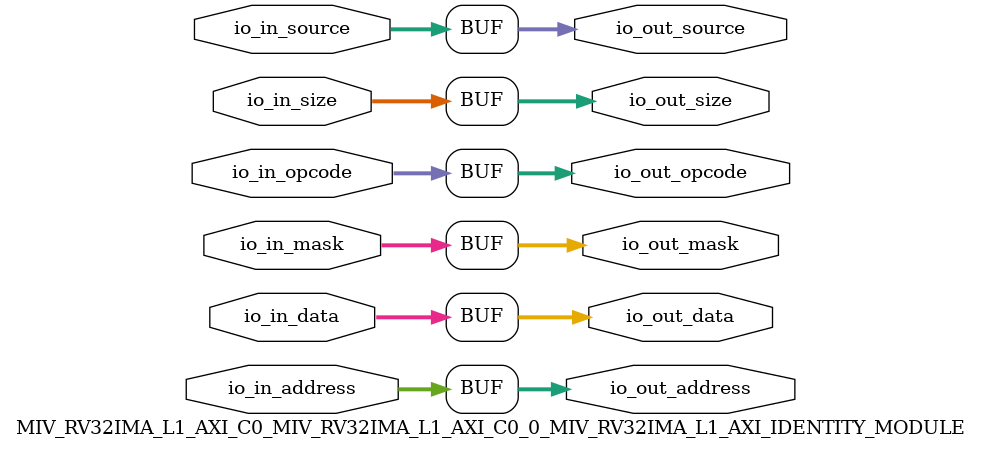
<source format=v>
`ifndef RANDOMIZE_REG_INIT 
	 `define RANDOMIZE_REG_INIT 
 `endif
`ifndef RANDOMIZE_MEM_INIT 
	 `define RANDOMIZE_MEM_INIT 
 `endif
`ifndef RANDOMIZE 
	 `define RANDOMIZE 
`endif

`timescale 1ns/10ps
module MIV_RV32IMA_L1_AXI_C0_MIV_RV32IMA_L1_AXI_C0_0_MIV_RV32IMA_L1_AXI_IDENTITY_MODULE( // @[:freechips.rocketchip.system.MivRV32ImaL1AhbConfig.fir@49.2]
  input  [2:0]  io_in_opcode, // @[:freechips.rocketchip.system.MivRV32ImaL1AhbConfig.fir@52.4]
  input  [3:0]  io_in_size, // @[:freechips.rocketchip.system.MivRV32ImaL1AhbConfig.fir@52.4]
  input  [2:0]  io_in_source, // @[:freechips.rocketchip.system.MivRV32ImaL1AhbConfig.fir@52.4]
  input  [31:0] io_in_address, // @[:freechips.rocketchip.system.MivRV32ImaL1AhbConfig.fir@52.4]
  input  [3:0]  io_in_mask, // @[:freechips.rocketchip.system.MivRV32ImaL1AhbConfig.fir@52.4]
  input  [31:0] io_in_data, // @[:freechips.rocketchip.system.MivRV32ImaL1AhbConfig.fir@52.4]
  output [2:0]  io_out_opcode, // @[:freechips.rocketchip.system.MivRV32ImaL1AhbConfig.fir@52.4]
  output [3:0]  io_out_size, // @[:freechips.rocketchip.system.MivRV32ImaL1AhbConfig.fir@52.4]
  output [2:0]  io_out_source, // @[:freechips.rocketchip.system.MivRV32ImaL1AhbConfig.fir@52.4]
  output [31:0] io_out_address, // @[:freechips.rocketchip.system.MivRV32ImaL1AhbConfig.fir@52.4]
  output [3:0]  io_out_mask, // @[:freechips.rocketchip.system.MivRV32ImaL1AhbConfig.fir@52.4]
  output [31:0] io_out_data // @[:freechips.rocketchip.system.MivRV32ImaL1AhbConfig.fir@52.4]
);
  assign io_out_opcode = io_in_opcode;
  assign io_out_size = io_in_size;
  assign io_out_source = io_in_source;
  assign io_out_address = io_in_address;
  assign io_out_mask = io_in_mask;
  assign io_out_data = io_in_data;
endmodule

</source>
